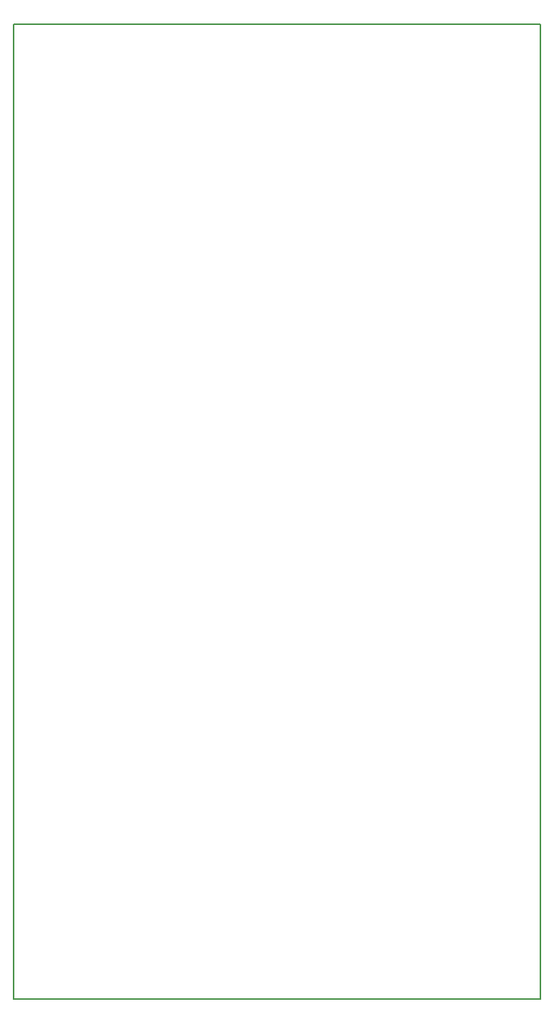
<source format=gbr>
G04 #@! TF.GenerationSoftware,KiCad,Pcbnew,8.0.5*
G04 #@! TF.CreationDate,2024-11-14T10:29:35-08:00*
G04 #@! TF.ProjectId,Sampler-built,53616d70-6c65-4722-9d62-75696c742e6b,rev?*
G04 #@! TF.SameCoordinates,PX38444c0PY67f3540*
G04 #@! TF.FileFunction,Profile,NP*
%FSLAX46Y46*%
G04 Gerber Fmt 4.6, Leading zero omitted, Abs format (unit mm)*
G04 Created by KiCad (PCBNEW 8.0.5) date 2024-11-14 10:29:35*
%MOMM*%
%LPD*%
G01*
G04 APERTURE LIST*
G04 #@! TA.AperFunction,Profile*
%ADD10C,0.150000*%
G04 #@! TD*
G04 APERTURE END LIST*
D10*
X-59000000Y109000000D02*
X0Y109000000D01*
X0Y0D01*
X-59000000Y0D01*
X-59000000Y109000000D01*
M02*

</source>
